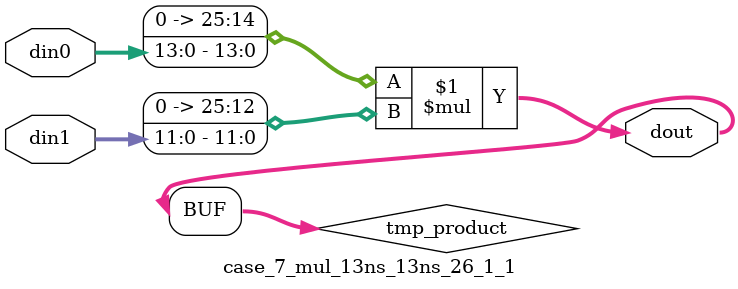
<source format=v>

`timescale 1 ns / 1 ps

 (* use_dsp = "no" *)  module case_7_mul_13ns_13ns_26_1_1(din0, din1, dout);
parameter ID = 1;
parameter NUM_STAGE = 0;
parameter din0_WIDTH = 14;
parameter din1_WIDTH = 12;
parameter dout_WIDTH = 26;

input [din0_WIDTH - 1 : 0] din0; 
input [din1_WIDTH - 1 : 0] din1; 
output [dout_WIDTH - 1 : 0] dout;

wire signed [dout_WIDTH - 1 : 0] tmp_product;
























assign tmp_product = $signed({1'b0, din0}) * $signed({1'b0, din1});











assign dout = tmp_product;





















endmodule

</source>
